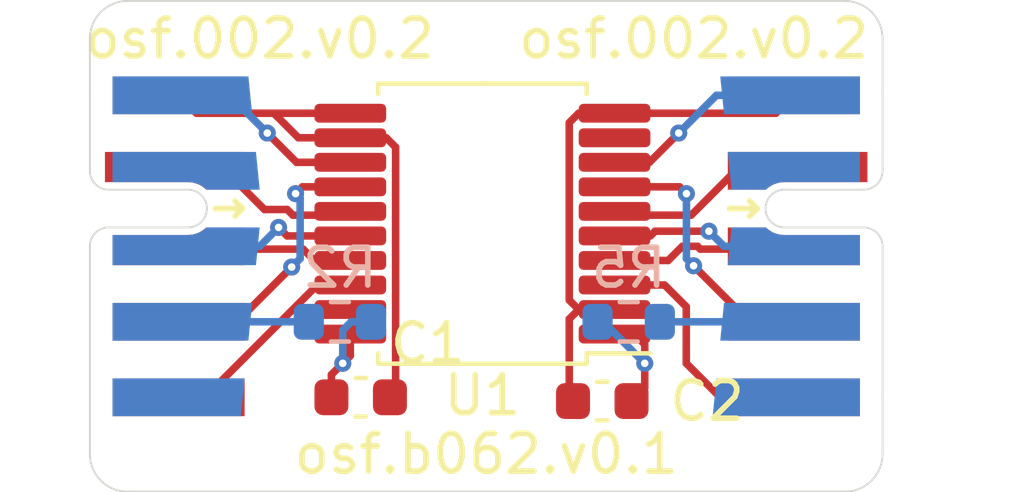
<source format=kicad_pcb>
(kicad_pcb (version 20171130) (host pcbnew 5.1.5+dfsg1-2build2)

  (general
    (thickness 1.6)
    (drawings 13)
    (tracks 104)
    (zones 0)
    (modules 7)
    (nets 25)
  )

  (page A4)
  (layers
    (0 F.Cu signal)
    (31 B.Cu signal)
    (32 B.Adhes user)
    (33 F.Adhes user)
    (34 B.Paste user)
    (35 F.Paste user)
    (36 B.SilkS user)
    (37 F.SilkS user)
    (38 B.Mask user)
    (39 F.Mask user)
    (40 Dwgs.User user)
    (41 Cmts.User user)
    (42 Eco1.User user)
    (43 Eco2.User user)
    (44 Edge.Cuts user)
    (45 Margin user)
    (46 B.CrtYd user)
    (47 F.CrtYd user)
    (48 B.Fab user)
    (49 F.Fab user)
  )

  (setup
    (last_trace_width 0.15)
    (user_trace_width 0.2)
    (user_trace_width 0.5)
    (trace_clearance 0.15)
    (zone_clearance 0.4)
    (zone_45_only no)
    (trace_min 0.15)
    (via_size 0.45)
    (via_drill 0.2)
    (via_min_size 0.45)
    (via_min_drill 0.2)
    (uvia_size 0.3)
    (uvia_drill 0.1)
    (uvias_allowed no)
    (uvia_min_size 0.2)
    (uvia_min_drill 0.1)
    (edge_width 0.05)
    (segment_width 0.2)
    (pcb_text_width 0.3)
    (pcb_text_size 1.5 1.5)
    (mod_edge_width 0.12)
    (mod_text_size 1 1)
    (mod_text_width 0.15)
    (pad_size 1.524 1.524)
    (pad_drill 0.762)
    (pad_to_mask_clearance 0.04)
    (solder_mask_min_width 0.1)
    (aux_axis_origin 0 0)
    (visible_elements 7FFFFFFF)
    (pcbplotparams
      (layerselection 0x010fc_ffffffff)
      (usegerberextensions false)
      (usegerberattributes false)
      (usegerberadvancedattributes false)
      (creategerberjobfile false)
      (excludeedgelayer true)
      (linewidth 0.100000)
      (plotframeref false)
      (viasonmask false)
      (mode 1)
      (useauxorigin false)
      (hpglpennumber 1)
      (hpglpenspeed 20)
      (hpglpendiameter 15.000000)
      (psnegative false)
      (psa4output false)
      (plotreference true)
      (plotvalue true)
      (plotinvisibletext false)
      (padsonsilk false)
      (subtractmaskfromsilk false)
      (outputformat 1)
      (mirror false)
      (drillshape 0)
      (scaleselection 1)
      (outputdirectory "gerber"))
  )

  (net 0 "")
  (net 1 /isolator/GND1)
  (net 2 /isolator/VDD1)
  (net 3 /isolator/GND2)
  (net 4 /isolator/VDD2)
  (net 5 "Net-(J1-Pad9)")
  (net 6 "Net-(J2-Pad9)")
  (net 7 /isolator/ISDI)
  (net 8 /isolator/OSDO)
  (net 9 /isolator/IAUX)
  (net 10 /isolator/ICS)
  (net 11 /isolator/OInt)
  (net 12 /isolator/ISCLK)
  (net 13 /isolator/OSDI)
  (net 14 /isolator/ISDO)
  (net 15 /isolator/OAUX)
  (net 16 /isolator/OSCLK)
  (net 17 /isolator/OCS)
  (net 18 /isolator/IInt)
  (net 19 "Net-(J1-Pad7)")
  (net 20 "Net-(J1-Pad10)")
  (net 21 "Net-(J2-Pad7)")
  (net 22 "Net-(J2-Pad10)")
  (net 23 "Net-(U1-Pad19)")
  (net 24 "Net-(U1-Pad9)")

  (net_class Default "This is the default net class."
    (clearance 0.15)
    (trace_width 0.15)
    (via_dia 0.45)
    (via_drill 0.2)
    (uvia_dia 0.3)
    (uvia_drill 0.1)
    (add_net /isolator/GND1)
    (add_net /isolator/GND2)
    (add_net /isolator/IAUX)
    (add_net /isolator/ICS)
    (add_net /isolator/IInt)
    (add_net /isolator/ISCLK)
    (add_net /isolator/ISDI)
    (add_net /isolator/ISDO)
    (add_net /isolator/OAUX)
    (add_net /isolator/OCS)
    (add_net /isolator/OInt)
    (add_net /isolator/OSCLK)
    (add_net /isolator/OSDI)
    (add_net /isolator/OSDO)
    (add_net /isolator/VDD1)
    (add_net /isolator/VDD2)
    (add_net "Net-(J1-Pad10)")
    (add_net "Net-(J1-Pad7)")
    (add_net "Net-(J1-Pad9)")
    (add_net "Net-(J2-Pad10)")
    (add_net "Net-(J2-Pad7)")
    (add_net "Net-(J2-Pad9)")
    (add_net "Net-(U1-Pad19)")
    (add_net "Net-(U1-Pad9)")
  )

  (module Package_SO:SSOP-20_5.3x7.2mm_P0.65mm (layer F.Cu) (tedit 5D9F72B1) (tstamp 6115A53F)
    (at 87.4 79.9 180)
    (descr "SSOP, 20 Pin (http://ww1.microchip.com/downloads/en/DeviceDoc/40001800C.pdf), generated with kicad-footprint-generator ipc_gullwing_generator.py")
    (tags "SSOP SO")
    (path /6083C3A8/611565C5)
    (attr smd)
    (fp_text reference U1 (at 0 -4.55) (layer F.SilkS)
      (effects (font (size 1 1) (thickness 0.15)))
    )
    (fp_text value MAX14483 (at 0 4.55) (layer F.Fab)
      (effects (font (size 1 1) (thickness 0.15)))
    )
    (fp_text user %R (at 0 0) (layer F.Fab)
      (effects (font (size 1 1) (thickness 0.15)))
    )
    (fp_line (start 0 3.71) (end 2.76 3.71) (layer F.SilkS) (width 0.12))
    (fp_line (start 2.76 3.71) (end 2.76 3.435) (layer F.SilkS) (width 0.12))
    (fp_line (start 0 3.71) (end -2.76 3.71) (layer F.SilkS) (width 0.12))
    (fp_line (start -2.76 3.71) (end -2.76 3.435) (layer F.SilkS) (width 0.12))
    (fp_line (start 0 -3.71) (end 2.76 -3.71) (layer F.SilkS) (width 0.12))
    (fp_line (start 2.76 -3.71) (end 2.76 -3.435) (layer F.SilkS) (width 0.12))
    (fp_line (start 0 -3.71) (end -2.76 -3.71) (layer F.SilkS) (width 0.12))
    (fp_line (start -2.76 -3.71) (end -2.76 -3.435) (layer F.SilkS) (width 0.12))
    (fp_line (start -2.76 -3.435) (end -4.45 -3.435) (layer F.SilkS) (width 0.12))
    (fp_line (start -1.65 -3.6) (end 2.65 -3.6) (layer F.Fab) (width 0.1))
    (fp_line (start 2.65 -3.6) (end 2.65 3.6) (layer F.Fab) (width 0.1))
    (fp_line (start 2.65 3.6) (end -2.65 3.6) (layer F.Fab) (width 0.1))
    (fp_line (start -2.65 3.6) (end -2.65 -2.6) (layer F.Fab) (width 0.1))
    (fp_line (start -2.65 -2.6) (end -1.65 -3.6) (layer F.Fab) (width 0.1))
    (fp_line (start -4.7 -3.85) (end -4.7 3.85) (layer F.CrtYd) (width 0.05))
    (fp_line (start -4.7 3.85) (end 4.7 3.85) (layer F.CrtYd) (width 0.05))
    (fp_line (start 4.7 3.85) (end 4.7 -3.85) (layer F.CrtYd) (width 0.05))
    (fp_line (start 4.7 -3.85) (end -4.7 -3.85) (layer F.CrtYd) (width 0.05))
    (pad 20 smd roundrect (at 3.5 -2.925 180) (size 1.9 0.5) (layers F.Cu F.Paste F.Mask) (roundrect_rratio 0.25)
      (net 2 /isolator/VDD1))
    (pad 19 smd roundrect (at 3.5 -2.275 180) (size 1.9 0.5) (layers F.Cu F.Paste F.Mask) (roundrect_rratio 0.25)
      (net 23 "Net-(U1-Pad19)"))
    (pad 18 smd roundrect (at 3.5 -1.625 180) (size 1.9 0.5) (layers F.Cu F.Paste F.Mask) (roundrect_rratio 0.25)
      (net 11 /isolator/OInt))
    (pad 17 smd roundrect (at 3.5 -0.975 180) (size 1.9 0.5) (layers F.Cu F.Paste F.Mask) (roundrect_rratio 0.25)
      (net 8 /isolator/OSDO))
    (pad 16 smd roundrect (at 3.5 -0.325 180) (size 1.9 0.5) (layers F.Cu F.Paste F.Mask) (roundrect_rratio 0.25)
      (net 9 /isolator/IAUX))
    (pad 15 smd roundrect (at 3.5 0.325 180) (size 1.9 0.5) (layers F.Cu F.Paste F.Mask) (roundrect_rratio 0.25)
      (net 7 /isolator/ISDI))
    (pad 14 smd roundrect (at 3.5 0.975 180) (size 1.9 0.5) (layers F.Cu F.Paste F.Mask) (roundrect_rratio 0.25)
      (net 12 /isolator/ISCLK))
    (pad 13 smd roundrect (at 3.5 1.625 180) (size 1.9 0.5) (layers F.Cu F.Paste F.Mask) (roundrect_rratio 0.25)
      (net 10 /isolator/ICS))
    (pad 12 smd roundrect (at 3.5 2.275 180) (size 1.9 0.5) (layers F.Cu F.Paste F.Mask) (roundrect_rratio 0.25)
      (net 1 /isolator/GND1))
    (pad 11 smd roundrect (at 3.5 2.925 180) (size 1.9 0.5) (layers F.Cu F.Paste F.Mask) (roundrect_rratio 0.25)
      (net 1 /isolator/GND1))
    (pad 10 smd roundrect (at -3.5 2.925 180) (size 1.9 0.5) (layers F.Cu F.Paste F.Mask) (roundrect_rratio 0.25)
      (net 3 /isolator/GND2))
    (pad 9 smd roundrect (at -3.5 2.275 180) (size 1.9 0.5) (layers F.Cu F.Paste F.Mask) (roundrect_rratio 0.25)
      (net 24 "Net-(U1-Pad9)"))
    (pad 8 smd roundrect (at -3.5 1.625 180) (size 1.9 0.5) (layers F.Cu F.Paste F.Mask) (roundrect_rratio 0.25)
      (net 17 /isolator/OCS))
    (pad 7 smd roundrect (at -3.5 0.975 180) (size 1.9 0.5) (layers F.Cu F.Paste F.Mask) (roundrect_rratio 0.25)
      (net 16 /isolator/OSCLK))
    (pad 6 smd roundrect (at -3.5 0.325 180) (size 1.9 0.5) (layers F.Cu F.Paste F.Mask) (roundrect_rratio 0.25)
      (net 13 /isolator/OSDI))
    (pad 5 smd roundrect (at -3.5 -0.325 180) (size 1.9 0.5) (layers F.Cu F.Paste F.Mask) (roundrect_rratio 0.25)
      (net 15 /isolator/OAUX))
    (pad 4 smd roundrect (at -3.5 -0.975 180) (size 1.9 0.5) (layers F.Cu F.Paste F.Mask) (roundrect_rratio 0.25)
      (net 14 /isolator/ISDO))
    (pad 3 smd roundrect (at -3.5 -1.625 180) (size 1.9 0.5) (layers F.Cu F.Paste F.Mask) (roundrect_rratio 0.25)
      (net 18 /isolator/IInt))
    (pad 2 smd roundrect (at -3.5 -2.275 180) (size 1.9 0.5) (layers F.Cu F.Paste F.Mask) (roundrect_rratio 0.25)
      (net 3 /isolator/GND2))
    (pad 1 smd roundrect (at -3.5 -2.925 180) (size 1.9 0.5) (layers F.Cu F.Paste F.Mask) (roundrect_rratio 0.25)
      (net 4 /isolator/VDD2))
    (model ${KISYS3DMOD}/Package_SO.3dshapes/SSOP-20_5.3x7.2mm_P0.65mm.wrl
      (at (xyz 0 0 0))
      (scale (xyz 1 1 1))
      (rotate (xyz 0 0 0))
    )
  )

  (module Resistor_SMD:R_0603_1608Metric (layer B.Cu) (tedit 5F68FEEE) (tstamp 60A142C5)
    (at 91.275 82.5 180)
    (descr "Resistor SMD 0603 (1608 Metric), square (rectangular) end terminal, IPC_7351 nominal, (Body size source: IPC-SM-782 page 72, https://www.pcb-3d.com/wordpress/wp-content/uploads/ipc-sm-782a_amendment_1_and_2.pdf), generated with kicad-footprint-generator")
    (tags resistor)
    (path /60A1BC1F)
    (attr smd)
    (fp_text reference R5 (at 0 1.43) (layer B.SilkS)
      (effects (font (size 1 1) (thickness 0.15)) (justify mirror))
    )
    (fp_text value 0R (at 0 -1.43) (layer B.Fab)
      (effects (font (size 1 1) (thickness 0.15)) (justify mirror))
    )
    (fp_line (start -0.8 -0.4125) (end -0.8 0.4125) (layer B.Fab) (width 0.1))
    (fp_line (start -0.8 0.4125) (end 0.8 0.4125) (layer B.Fab) (width 0.1))
    (fp_line (start 0.8 0.4125) (end 0.8 -0.4125) (layer B.Fab) (width 0.1))
    (fp_line (start 0.8 -0.4125) (end -0.8 -0.4125) (layer B.Fab) (width 0.1))
    (fp_line (start -0.237258 0.5225) (end 0.237258 0.5225) (layer B.SilkS) (width 0.12))
    (fp_line (start -0.237258 -0.5225) (end 0.237258 -0.5225) (layer B.SilkS) (width 0.12))
    (fp_line (start -1.48 -0.73) (end -1.48 0.73) (layer B.CrtYd) (width 0.05))
    (fp_line (start -1.48 0.73) (end 1.48 0.73) (layer B.CrtYd) (width 0.05))
    (fp_line (start 1.48 0.73) (end 1.48 -0.73) (layer B.CrtYd) (width 0.05))
    (fp_line (start 1.48 -0.73) (end -1.48 -0.73) (layer B.CrtYd) (width 0.05))
    (fp_text user %R (at 0 0) (layer B.Fab)
      (effects (font (size 0.4 0.4) (thickness 0.06)) (justify mirror))
    )
    (pad 2 smd roundrect (at 0.825 0 180) (size 0.8 0.95) (layers B.Cu B.Paste B.Mask) (roundrect_rratio 0.25)
      (net 4 /isolator/VDD2))
    (pad 1 smd roundrect (at -0.825 0 180) (size 0.8 0.95) (layers B.Cu B.Paste B.Mask) (roundrect_rratio 0.25)
      (net 6 "Net-(J2-Pad9)"))
    (model ${KISYS3DMOD}/Resistor_SMD.3dshapes/R_0603_1608Metric.wrl
      (at (xyz 0 0 0))
      (scale (xyz 1 1 1))
      (rotate (xyz 0 0 0))
    )
  )

  (module Resistor_SMD:R_0603_1608Metric (layer B.Cu) (tedit 5F68FEEE) (tstamp 60A14292)
    (at 83.625 82.5 180)
    (descr "Resistor SMD 0603 (1608 Metric), square (rectangular) end terminal, IPC_7351 nominal, (Body size source: IPC-SM-782 page 72, https://www.pcb-3d.com/wordpress/wp-content/uploads/ipc-sm-782a_amendment_1_and_2.pdf), generated with kicad-footprint-generator")
    (tags resistor)
    (path /60A1A962)
    (attr smd)
    (fp_text reference R2 (at 0 1.43) (layer B.SilkS)
      (effects (font (size 1 1) (thickness 0.15)) (justify mirror))
    )
    (fp_text value 0R (at 0 -1.43) (layer B.Fab)
      (effects (font (size 1 1) (thickness 0.15)) (justify mirror))
    )
    (fp_line (start -0.8 -0.4125) (end -0.8 0.4125) (layer B.Fab) (width 0.1))
    (fp_line (start -0.8 0.4125) (end 0.8 0.4125) (layer B.Fab) (width 0.1))
    (fp_line (start 0.8 0.4125) (end 0.8 -0.4125) (layer B.Fab) (width 0.1))
    (fp_line (start 0.8 -0.4125) (end -0.8 -0.4125) (layer B.Fab) (width 0.1))
    (fp_line (start -0.237258 0.5225) (end 0.237258 0.5225) (layer B.SilkS) (width 0.12))
    (fp_line (start -0.237258 -0.5225) (end 0.237258 -0.5225) (layer B.SilkS) (width 0.12))
    (fp_line (start -1.48 -0.73) (end -1.48 0.73) (layer B.CrtYd) (width 0.05))
    (fp_line (start -1.48 0.73) (end 1.48 0.73) (layer B.CrtYd) (width 0.05))
    (fp_line (start 1.48 0.73) (end 1.48 -0.73) (layer B.CrtYd) (width 0.05))
    (fp_line (start 1.48 -0.73) (end -1.48 -0.73) (layer B.CrtYd) (width 0.05))
    (fp_text user %R (at 0 0) (layer B.Fab)
      (effects (font (size 0.4 0.4) (thickness 0.06)) (justify mirror))
    )
    (pad 2 smd roundrect (at 0.825 0 180) (size 0.8 0.95) (layers B.Cu B.Paste B.Mask) (roundrect_rratio 0.25)
      (net 5 "Net-(J1-Pad9)"))
    (pad 1 smd roundrect (at -0.825 0 180) (size 0.8 0.95) (layers B.Cu B.Paste B.Mask) (roundrect_rratio 0.25)
      (net 2 /isolator/VDD1))
    (model ${KISYS3DMOD}/Resistor_SMD.3dshapes/R_0603_1608Metric.wrl
      (at (xyz 0 0 0))
      (scale (xyz 1 1 1))
      (rotate (xyz 0 0 0))
    )
  )

  (module on_edge:on_edge_2x05_host (layer F.Cu) (tedit 607DF692) (tstamp 60A14270)
    (at 98 80.5 270)
    (path /60A19C16)
    (attr virtual)
    (fp_text reference J2 (at 0.05 -3.2 180 unlocked) (layer F.Fab)
      (effects (font (size 0.5 0.5) (thickness 0.125)))
    )
    (fp_text value 001_I2C (at -1.2 -2 90) (layer F.Fab)
      (effects (font (size 1 1) (thickness 0.15)))
    )
    (fp_line (start 5 -0.5) (end 5 5) (layer B.CrtYd) (width 0.05))
    (fp_line (start -5 -0.5) (end 5 -0.5) (layer B.CrtYd) (width 0.05))
    (fp_line (start -5 5) (end -5 -0.5) (layer B.CrtYd) (width 0.05))
    (fp_line (start 5 5) (end -5 5) (layer B.CrtYd) (width 0.05))
    (fp_line (start -5 -0.5) (end -5 5) (layer F.CrtYd) (width 0.05))
    (fp_line (start 5 -0.5) (end -5 -0.5) (layer F.CrtYd) (width 0.05))
    (fp_line (start 5 5) (end 5 -0.5) (layer F.CrtYd) (width 0.05))
    (fp_line (start -5 5) (end 5 5) (layer F.CrtYd) (width 0.05))
    (fp_line (start 0 0) (end 4 0) (layer Edge.Cuts) (width 0.05))
    (fp_line (start -4 0) (end -2 0) (layer Edge.Cuts) (width 0.05))
    (fp_line (start -0.5 2.6) (end -0.5 0.5) (layer Edge.Cuts) (width 0.05))
    (fp_line (start -1.5 0.5) (end -1.5 2.6) (layer Edge.Cuts) (width 0.05))
    (fp_line (start -1 3.323) (end -1.2 3.523) (layer F.SilkS) (width 0.153))
    (fp_line (start -0.8 3.523) (end -1 3.323) (layer F.SilkS) (width 0.153))
    (fp_line (start -1 4.05) (end -1 3.323) (layer F.SilkS) (width 0.153))
    (fp_arc (start 0 0.5) (end 0 0) (angle -90) (layer Edge.Cuts) (width 0.05))
    (fp_arc (start -2 0.5) (end -1.5 0.5) (angle -90) (layer Edge.Cuts) (width 0.05))
    (fp_arc (start -1 2.6) (end -1.5 2.6) (angle -180) (layer Edge.Cuts) (width 0.05))
    (pad 2 smd custom (at -2 3.6 270) (size 1 1) (layers F.Cu F.Mask)
      (net 13 /isolator/OSDI) (zone_connect 0)
      (options (clearance outline) (anchor rect))
      (primitives
        (gr_poly (pts
           (xy 0.3 -0.99) (xy 0.31 -0.88) (xy 0.33 -0.8) (xy 0.35 -0.74) (xy 0.37 -0.69)
           (xy 0.4 -0.64) (xy 0.44 -0.58) (xy 0.48 -0.53) (xy 0.5 -0.51) (xy 0.5 0.5)
           (xy -0.5 0.5) (xy -0.5 -3.2) (xy 0.3 -3.2)) (width 0))
      ))
    (pad 3 smd custom (at 0 3.6 270) (size 1 1) (layers F.Cu F.Mask)
      (net 14 /isolator/ISDO) (zone_connect 0)
      (options (clearance outline) (anchor rect))
      (primitives
        (gr_poly (pts
           (xy -0.3 -0.99) (xy -0.31 -0.88) (xy -0.33 -0.8) (xy -0.35 -0.74) (xy -0.37 -0.69)
           (xy -0.4 -0.64) (xy -0.44 -0.58) (xy -0.48 -0.53) (xy -0.5 -0.51) (xy -0.5 0.5)
           (xy 0.5 0.5) (xy 0.5 -3) (xy -0.3 -3)) (width 0))
      ))
    (pad 8 smd custom (at 0 2.1 90) (size 0.4 0.4) (layers B.Cu B.Mask)
      (net 15 /isolator/OAUX) (zone_connect 0)
      (options (clearance outline) (anchor rect))
      (primitives
        (gr_poly (pts
           (xy 0.3 -0.51) (xy 0.31 -0.62) (xy 0.33 -0.7) (xy 0.35 -0.76) (xy 0.37 -0.81)
           (xy 0.4 -0.86) (xy 0.44 -0.92) (xy 0.48 -0.97) (xy 0.5 -0.99) (xy 0.5 -1.9)
           (xy -0.5 -2) (xy -0.5 1.5) (xy 0.3 1.5)) (width 0))
      ))
    (pad 7 smd custom (at -2 2.1 90) (size 0.4 0.4) (layers B.Cu B.Mask)
      (net 21 "Net-(J2-Pad7)") (zone_connect 0)
      (options (clearance outline) (anchor rect))
      (primitives
        (gr_poly (pts
           (xy -0.3 -0.51) (xy -0.31 -0.62) (xy -0.33 -0.7) (xy -0.35 -0.76) (xy -0.37 -0.81)
           (xy -0.4 -0.86) (xy -0.44 -0.92) (xy -0.48 -0.97) (xy -0.5 -0.99) (xy -0.5 -1.9)
           (xy 0.5 -2) (xy 0.5 1.5) (xy -0.3 1.5)) (width 0))
      ))
    (pad 4 smd rect (at 2 2.35 270) (size 1 3.5) (layers F.Cu F.Mask)
      (net 16 /isolator/OSCLK) (zone_connect 0))
    (pad 10 smd custom (at 4 2.5 90) (size 1 3.8) (layers B.Cu B.Mask)
      (net 22 "Net-(J2-Pad10)") (zone_connect 0)
      (options (clearance outline) (anchor rect))
      (primitives
        (gr_poly (pts
           (xy 0.5 -1.9) (xy -0.5 -2) (xy -0.5 -1.9)) (width 0))
      ))
    (pad 9 smd custom (at 2 2.4 90) (size 1 3.6) (layers B.Cu B.Mask)
      (net 6 "Net-(J2-Pad9)") (zone_connect 0)
      (options (clearance outline) (anchor rect))
      (primitives
        (gr_poly (pts
           (xy 0.5 -1.8) (xy -0.5 -1.9) (xy -0.5 -1.8)) (width 0))
      ))
    (pad 6 smd custom (at -4 2.4 90) (size 1 3.6) (layers B.Cu B.Mask)
      (net 17 /isolator/OCS) (zone_connect 0)
      (options (clearance outline) (anchor rect))
      (primitives
        (gr_poly (pts
           (xy 0.5 -1.8) (xy 0.5 -1.9) (xy -0.5 -1.8)) (width 0))
      ))
    (pad 5 smd rect (at 4 2.35 270) (size 1 3.5) (layers F.Cu F.Mask)
      (net 18 /isolator/IInt) (zone_connect 0))
    (pad 1 smd rect (at -4 2.35 270) (size 1 3.5) (layers F.Cu F.Mask)
      (net 3 /isolator/GND2) (zone_connect 0))
  )

  (module on_edge:on_edge_2x05_device (layer F.Cu) (tedit 607DF540) (tstamp 60A14250)
    (at 77 80.5 270)
    (path /60A193FC)
    (attr virtual)
    (fp_text reference J1 (at 0 1.2 270 unlocked) (layer F.Fab)
      (effects (font (size 0.5 0.5) (thickness 0.05)))
    )
    (fp_text value 001_I2C (at 0 2 270 unlocked) (layer F.Fab)
      (effects (font (size 0.5 0.5) (thickness 0.05)))
    )
    (fp_line (start -1.5 -2.6) (end -1.5 -0.5) (layer Edge.Cuts) (width 0.05))
    (fp_line (start -0.5 -0.5) (end -0.5 -2.6) (layer Edge.Cuts) (width 0.05))
    (fp_line (start -1.2 -3.85) (end -1 -4.05) (layer F.SilkS) (width 0.153))
    (fp_line (start -1 -4.05) (end -0.8 -3.85) (layer F.SilkS) (width 0.153))
    (fp_line (start -1 -4.05) (end -1 -3.323) (layer F.SilkS) (width 0.153))
    (fp_line (start -4 0) (end -2 0) (layer Edge.Cuts) (width 0.05))
    (fp_line (start 0 0) (end 4 0) (layer Edge.Cuts) (width 0.05))
    (fp_line (start -5 -5) (end 5 -5) (layer F.CrtYd) (width 0.05))
    (fp_line (start 5 -5) (end 5 0.5) (layer F.CrtYd) (width 0.05))
    (fp_line (start 5 0.5) (end -5 0.5) (layer F.CrtYd) (width 0.05))
    (fp_line (start -5 0.5) (end -5 -5) (layer F.CrtYd) (width 0.05))
    (fp_line (start 5 -5) (end -5 -5) (layer B.CrtYd) (width 0.05))
    (fp_line (start -5 -5) (end -5 0.5) (layer B.CrtYd) (width 0.05))
    (fp_line (start -5 0.5) (end 5 0.5) (layer B.CrtYd) (width 0.05))
    (fp_line (start 5 0.5) (end 5 -5) (layer B.CrtYd) (width 0.05))
    (fp_arc (start -2 -0.5) (end -2 0) (angle -90) (layer Edge.Cuts) (width 0.05))
    (fp_arc (start 0 -0.5) (end -0.5 -0.5) (angle -90) (layer Edge.Cuts) (width 0.05))
    (fp_arc (start -1 -2.6) (end -0.5 -2.6) (angle -180) (layer Edge.Cuts) (width 0.05))
    (pad 2 smd custom (at -2 -3.6 270) (size 1 1) (layers F.Cu F.Mask)
      (net 7 /isolator/ISDI) (zone_connect 0)
      (options (clearance outline) (anchor rect))
      (primitives
        (gr_poly (pts
           (xy 0.3 1) (xy 0.31 0.89) (xy 0.33 0.81) (xy 0.35 0.75) (xy 0.37 0.7)
           (xy 0.4 0.65) (xy 0.44 0.59) (xy 0.48 0.54) (xy 0.5 0.52) (xy 0.5 -0.5)
           (xy -0.5 -0.5) (xy -0.5 3.2) (xy 0.3 3.2)) (width 0))
      ))
    (pad 3 smd custom (at 0 -3.6 270) (size 1 1) (layers F.Cu F.Mask)
      (net 8 /isolator/OSDO) (zone_connect 0)
      (options (clearance outline) (anchor rect))
      (primitives
        (gr_poly (pts
           (xy -0.3 1) (xy -0.31 0.89) (xy -0.33 0.81) (xy -0.35 0.75) (xy -0.37 0.7)
           (xy -0.4 0.65) (xy -0.44 0.59) (xy -0.48 0.54) (xy -0.5 0.52) (xy -0.5 -0.5)
           (xy 0.5 -0.5) (xy 0.5 3) (xy -0.3 3)) (width 0))
      ))
    (pad 8 smd custom (at 0 -2.1 270) (size 0.4 0.4) (layers B.Cu B.Mask)
      (net 9 /isolator/IAUX) (zone_connect 0)
      (options (clearance outline) (anchor rect))
      (primitives
        (gr_poly (pts
           (xy -0.3 -0.51) (xy -0.31 -0.62) (xy -0.33 -0.7) (xy -0.35 -0.76) (xy -0.37 -0.81)
           (xy -0.4 -0.86) (xy -0.44 -0.92) (xy -0.48 -0.97) (xy -0.5 -0.99) (xy -0.5 -2.4)
           (xy 0.5 -2.3) (xy 0.5 1.5) (xy -0.3 1.5)) (width 0))
      ))
    (pad 7 smd custom (at -2 -2.1 270) (size 0.4 0.4) (layers B.Cu B.Mask)
      (net 19 "Net-(J1-Pad7)") (zone_connect 0)
      (options (clearance outline) (anchor rect))
      (primitives
        (gr_poly (pts
           (xy 0.3 -0.51) (xy 0.31 -0.62) (xy 0.33 -0.7) (xy 0.35 -0.76) (xy 0.37 -0.81)
           (xy 0.4 -0.86) (xy 0.44 -0.92) (xy 0.48 -0.97) (xy 0.5 -0.99) (xy 0.5 -2.4)
           (xy -0.5 -2.3) (xy -0.5 1.5) (xy 0.3 1.5)) (width 0))
      ))
    (pad 10 smd custom (at 4 -2.3 270) (size 1 3.4) (layers B.Cu B.Mask)
      (net 20 "Net-(J1-Pad10)") (zone_connect 0)
      (options (clearance outline) (anchor rect))
      (primitives
        (gr_poly (pts
           (xy -0.5 -1.7) (xy -0.5 -1.8) (xy 0.5 -1.7)) (width 0))
      ))
    (pad 9 smd custom (at 2 -2.4 270) (size 1 3.6) (layers B.Cu B.Mask)
      (net 5 "Net-(J1-Pad9)") (zone_connect 0)
      (options (clearance outline) (anchor rect))
      (primitives
        (gr_poly (pts
           (xy -0.5 -1.8) (xy -0.5 -1.9) (xy 0.5 -1.8)) (width 0))
      ))
    (pad 6 smd custom (at -4 -2.4 270) (size 1 3.6) (layers B.Cu B.Mask)
      (net 10 /isolator/ICS) (zone_connect 0)
      (options (clearance outline) (anchor rect))
      (primitives
        (gr_poly (pts
           (xy 0.5 -1.8) (xy 0.5 -1.9) (xy -0.5 -1.8)) (width 0))
      ))
    (pad 5 smd rect (at 4 -2.35 90) (size 1 3.5) (layers F.Cu F.Mask)
      (net 11 /isolator/OInt) (zone_connect 0))
    (pad 1 smd rect (at -4 -2.35 90) (size 1 3.5) (layers F.Cu F.Mask)
      (net 1 /isolator/GND1) (zone_connect 0))
    (pad 4 smd rect (at 2 -2.35 90) (size 1 3.5) (layers F.Cu F.Mask)
      (net 12 /isolator/ISCLK) (zone_connect 0))
  )

  (module Capacitor_SMD:C_0603_1608Metric (layer F.Cu) (tedit 5F68FEEE) (tstamp 60A14230)
    (at 90.575 84.6 180)
    (descr "Capacitor SMD 0603 (1608 Metric), square (rectangular) end terminal, IPC_7351 nominal, (Body size source: IPC-SM-782 page 76, https://www.pcb-3d.com/wordpress/wp-content/uploads/ipc-sm-782a_amendment_1_and_2.pdf), generated with kicad-footprint-generator")
    (tags capacitor)
    (path /6083C3A8/60A186FC)
    (attr smd)
    (fp_text reference C2 (at -2.775 0) (layer F.SilkS)
      (effects (font (size 1 1) (thickness 0.15)))
    )
    (fp_text value 100nF (at 0 1.43) (layer F.Fab)
      (effects (font (size 1 1) (thickness 0.15)))
    )
    (fp_line (start -0.8 0.4) (end -0.8 -0.4) (layer F.Fab) (width 0.1))
    (fp_line (start -0.8 -0.4) (end 0.8 -0.4) (layer F.Fab) (width 0.1))
    (fp_line (start 0.8 -0.4) (end 0.8 0.4) (layer F.Fab) (width 0.1))
    (fp_line (start 0.8 0.4) (end -0.8 0.4) (layer F.Fab) (width 0.1))
    (fp_line (start -0.14058 -0.51) (end 0.14058 -0.51) (layer F.SilkS) (width 0.12))
    (fp_line (start -0.14058 0.51) (end 0.14058 0.51) (layer F.SilkS) (width 0.12))
    (fp_line (start -1.48 0.73) (end -1.48 -0.73) (layer F.CrtYd) (width 0.05))
    (fp_line (start -1.48 -0.73) (end 1.48 -0.73) (layer F.CrtYd) (width 0.05))
    (fp_line (start 1.48 -0.73) (end 1.48 0.73) (layer F.CrtYd) (width 0.05))
    (fp_line (start 1.48 0.73) (end -1.48 0.73) (layer F.CrtYd) (width 0.05))
    (fp_text user %R (at 0 0) (layer F.Fab)
      (effects (font (size 0.4 0.4) (thickness 0.06)))
    )
    (pad 2 smd roundrect (at 0.775 0 180) (size 0.9 0.95) (layers F.Cu F.Paste F.Mask) (roundrect_rratio 0.25)
      (net 3 /isolator/GND2))
    (pad 1 smd roundrect (at -0.775 0 180) (size 0.9 0.95) (layers F.Cu F.Paste F.Mask) (roundrect_rratio 0.25)
      (net 4 /isolator/VDD2))
    (model ${KISYS3DMOD}/Capacitor_SMD.3dshapes/C_0603_1608Metric.wrl
      (at (xyz 0 0 0))
      (scale (xyz 1 1 1))
      (rotate (xyz 0 0 0))
    )
  )

  (module Capacitor_SMD:C_0603_1608Metric (layer F.Cu) (tedit 5F68FEEE) (tstamp 60A1421F)
    (at 84.175 84.5)
    (descr "Capacitor SMD 0603 (1608 Metric), square (rectangular) end terminal, IPC_7351 nominal, (Body size source: IPC-SM-782 page 76, https://www.pcb-3d.com/wordpress/wp-content/uploads/ipc-sm-782a_amendment_1_and_2.pdf), generated with kicad-footprint-generator")
    (tags capacitor)
    (path /6083C3A8/60A18186)
    (attr smd)
    (fp_text reference C1 (at 1.775 -1.43) (layer F.SilkS)
      (effects (font (size 1 1) (thickness 0.15)))
    )
    (fp_text value 100nF (at 0 1.43) (layer F.Fab)
      (effects (font (size 1 1) (thickness 0.15)))
    )
    (fp_line (start -0.8 0.4) (end -0.8 -0.4) (layer F.Fab) (width 0.1))
    (fp_line (start -0.8 -0.4) (end 0.8 -0.4) (layer F.Fab) (width 0.1))
    (fp_line (start 0.8 -0.4) (end 0.8 0.4) (layer F.Fab) (width 0.1))
    (fp_line (start 0.8 0.4) (end -0.8 0.4) (layer F.Fab) (width 0.1))
    (fp_line (start -0.14058 -0.51) (end 0.14058 -0.51) (layer F.SilkS) (width 0.12))
    (fp_line (start -0.14058 0.51) (end 0.14058 0.51) (layer F.SilkS) (width 0.12))
    (fp_line (start -1.48 0.73) (end -1.48 -0.73) (layer F.CrtYd) (width 0.05))
    (fp_line (start -1.48 -0.73) (end 1.48 -0.73) (layer F.CrtYd) (width 0.05))
    (fp_line (start 1.48 -0.73) (end 1.48 0.73) (layer F.CrtYd) (width 0.05))
    (fp_line (start 1.48 0.73) (end -1.48 0.73) (layer F.CrtYd) (width 0.05))
    (fp_text user %R (at 0 0) (layer F.Fab)
      (effects (font (size 0.4 0.4) (thickness 0.06)))
    )
    (pad 2 smd roundrect (at 0.775 0) (size 0.9 0.95) (layers F.Cu F.Paste F.Mask) (roundrect_rratio 0.25)
      (net 1 /isolator/GND1))
    (pad 1 smd roundrect (at -0.775 0) (size 0.9 0.95) (layers F.Cu F.Paste F.Mask) (roundrect_rratio 0.25)
      (net 2 /isolator/VDD1))
    (model ${KISYS3DMOD}/Capacitor_SMD.3dshapes/C_0603_1608Metric.wrl
      (at (xyz 0 0 0))
      (scale (xyz 1 1 1))
      (rotate (xyz 0 0 0))
    )
  )

  (gr_text osf.002.v0.2 (at 93 75) (layer F.SilkS) (tstamp 60A15077)
    (effects (font (size 1 1) (thickness 0.15)))
  )
  (gr_text osf.002.v0.2 (at 81.5 75) (layer F.SilkS)
    (effects (font (size 1 1) (thickness 0.15)))
  )
  (gr_text osf.b062.v0.1 (at 87.5 86) (layer F.SilkS)
    (effects (font (size 1 1) (thickness 0.15)))
  )
  (gr_line (start 77 76.5) (end 77 75) (layer Edge.Cuts) (width 0.05) (tstamp 609CF599))
  (gr_line (start 98 76.5) (end 98 75) (layer Edge.Cuts) (width 0.05) (tstamp 6083D7CB))
  (gr_line (start 98 86) (end 98 84.5) (layer Edge.Cuts) (width 0.05))
  (gr_line (start 78 74) (end 97 74) (layer Edge.Cuts) (width 0.05) (tstamp 6083D74D))
  (gr_line (start 77 86) (end 77 84.5) (layer Edge.Cuts) (width 0.05) (tstamp 6083704E))
  (gr_line (start 97 87) (end 78 87) (layer Edge.Cuts) (width 0.05) (tstamp 6083704D))
  (gr_arc (start 78 86) (end 77 86) (angle -90) (layer Edge.Cuts) (width 0.05))
  (gr_arc (start 97 86) (end 97 87) (angle -90) (layer Edge.Cuts) (width 0.05))
  (gr_arc (start 78 75) (end 78 74) (angle -90) (layer Edge.Cuts) (width 0.05))
  (gr_arc (start 97 75) (end 98 75) (angle -90) (layer Edge.Cuts) (width 0.05))

  (segment (start 79.825 76.975) (end 79.35 76.5) (width 0.2) (layer F.Cu) (net 1))
  (segment (start 83.9 77.625) (end 82.525 77.625) (width 0.2) (layer F.Cu) (net 1))
  (segment (start 81.925 77.025) (end 81.925 76.975) (width 0.2) (layer F.Cu) (net 1))
  (segment (start 82.525 77.625) (end 81.925 77.025) (width 0.2) (layer F.Cu) (net 1))
  (segment (start 81.925 76.975) (end 79.825 76.975) (width 0.2) (layer F.Cu) (net 1))
  (segment (start 83.9 76.975) (end 81.925 76.975) (width 0.2) (layer F.Cu) (net 1))
  (segment (start 84.85 77.625) (end 83.9 77.625) (width 0.2) (layer F.Cu) (net 1))
  (segment (start 85.10001 77.87501) (end 84.85 77.625) (width 0.2) (layer F.Cu) (net 1))
  (segment (start 85.10001 84.34999) (end 85.10001 77.87501) (width 0.2) (layer F.Cu) (net 1))
  (segment (start 84.95 84.5) (end 85.10001 84.34999) (width 0.2) (layer F.Cu) (net 1))
  (via (at 83.7 83.6) (size 0.45) (drill 0.2) (layers F.Cu B.Cu) (net 2))
  (segment (start 83.4 83.9) (end 83.7 83.6) (width 0.2) (layer F.Cu) (net 2))
  (segment (start 83.4 84.5) (end 83.4 83.9) (width 0.2) (layer F.Cu) (net 2))
  (segment (start 83.7 82.725) (end 83.925 82.5) (width 0.2) (layer B.Cu) (net 2))
  (segment (start 83.7 83.6) (end 83.7 82.725) (width 0.2) (layer B.Cu) (net 2))
  (segment (start 83.9 83.4) (end 83.7 83.6) (width 0.2) (layer F.Cu) (net 2))
  (segment (start 83.9 82.825) (end 83.9 83.4) (width 0.2) (layer F.Cu) (net 2))
  (segment (start 83.925 82.5) (end 84.45 82.5) (width 0.2) (layer B.Cu) (net 2))
  (segment (start 95.175 76.975) (end 95.65 76.5) (width 0.2) (layer F.Cu) (net 3))
  (segment (start 90.9 76.975) (end 95.175 76.975) (width 0.2) (layer F.Cu) (net 3))
  (segment (start 89.69999 77.22501) (end 89.95 76.975) (width 0.2) (layer F.Cu) (net 3))
  (segment (start 89.95 76.975) (end 90.9 76.975) (width 0.2) (layer F.Cu) (net 3))
  (segment (start 89.69999 81.92499) (end 89.69999 77.22501) (width 0.2) (layer F.Cu) (net 3))
  (segment (start 89.95 82.175) (end 89.69999 81.92499) (width 0.2) (layer F.Cu) (net 3))
  (segment (start 89.69999 82.42501) (end 89.95 82.175) (width 0.2) (layer F.Cu) (net 3))
  (segment (start 89.95 82.175) (end 90.9 82.175) (width 0.2) (layer F.Cu) (net 3))
  (segment (start 89.69999 84.49999) (end 89.69999 82.42501) (width 0.2) (layer F.Cu) (net 3))
  (segment (start 89.8 84.6) (end 89.69999 84.49999) (width 0.2) (layer F.Cu) (net 3))
  (segment (start 90.9 82.825) (end 91.425 82.825) (width 0.2) (layer F.Cu) (net 4))
  (segment (start 91.425 82.825) (end 91.7 83.1) (width 0.2) (layer F.Cu) (net 4))
  (segment (start 91.7 84.25) (end 91.35 84.6) (width 0.2) (layer F.Cu) (net 4))
  (via (at 91.7 83.6) (size 0.45) (drill 0.2) (layers F.Cu B.Cu) (net 4))
  (segment (start 90.45 82.5) (end 90.6 82.5) (width 0.2) (layer B.Cu) (net 4))
  (segment (start 91.7 83.6) (end 91.7 84.25) (width 0.2) (layer F.Cu) (net 4))
  (segment (start 90.6 82.5) (end 91.7 83.6) (width 0.2) (layer B.Cu) (net 4))
  (segment (start 91.7 83.1) (end 91.7 83.6) (width 0.2) (layer F.Cu) (net 4))
  (segment (start 82.275 82.5) (end 79.4 82.5) (width 0.2) (layer B.Cu) (net 5))
  (segment (start 82.275 82.5) (end 82.8 82.5) (width 0.2) (layer B.Cu) (net 5))
  (segment (start 92.1 82.5) (end 95.6 82.5) (width 0.2) (layer B.Cu) (net 6))
  (segment (start 83.799999 79.675001) (end 83.9 79.575) (width 0.2) (layer F.Cu) (net 7))
  (segment (start 80.6 78.5) (end 81.624998 79.524998) (width 0.2) (layer F.Cu) (net 7))
  (segment (start 82.378005 79.675001) (end 83.799999 79.675001) (width 0.2) (layer F.Cu) (net 7))
  (segment (start 82.228002 79.524998) (end 82.378005 79.675001) (width 0.2) (layer F.Cu) (net 7))
  (segment (start 81.624998 79.524998) (end 82.228002 79.524998) (width 0.2) (layer F.Cu) (net 7))
  (segment (start 80.6 80.5) (end 80.675011 80.575011) (width 0.2) (layer F.Cu) (net 8))
  (segment (start 82.650011 80.575011) (end 82.95 80.875) (width 0.2) (layer F.Cu) (net 8))
  (segment (start 82.95 80.875) (end 83.9 80.875) (width 0.2) (layer F.Cu) (net 8))
  (segment (start 80.675011 80.575011) (end 82.650011 80.575011) (width 0.2) (layer F.Cu) (net 8))
  (segment (start 83.9 80.225) (end 82.225 80.225) (width 0.2) (layer F.Cu) (net 9))
  (via (at 82 80) (size 0.45) (drill 0.2) (layers F.Cu B.Cu) (net 9))
  (segment (start 82.225 80.225) (end 82 80) (width 0.2) (layer F.Cu) (net 9))
  (segment (start 81.5 80.5) (end 79.1 80.5) (width 0.2) (layer B.Cu) (net 9))
  (segment (start 82 80) (end 81.5 80.5) (width 0.2) (layer B.Cu) (net 9))
  (via (at 81.7 77.5) (size 0.45) (drill 0.2) (layers F.Cu B.Cu) (net 10))
  (segment (start 82.475 78.275) (end 81.7 77.5) (width 0.2) (layer F.Cu) (net 10))
  (segment (start 83.9 78.275) (end 82.475 78.275) (width 0.2) (layer F.Cu) (net 10))
  (segment (start 80.7 76.5) (end 79.4 76.5) (width 0.2) (layer B.Cu) (net 10))
  (segment (start 81.7 77.5) (end 80.7 76.5) (width 0.2) (layer B.Cu) (net 10))
  (segment (start 83.025002 81.525) (end 83.9 81.525) (width 0.2) (layer F.Cu) (net 11))
  (segment (start 80.050002 84.5) (end 83.025002 81.525) (width 0.2) (layer F.Cu) (net 11))
  (segment (start 79.35 84.5) (end 80.050002 84.5) (width 0.2) (layer F.Cu) (net 11))
  (via (at 82.346285 81.050021) (size 0.45) (drill 0.2) (layers F.Cu B.Cu) (net 12))
  (segment (start 82.571284 79.226247) (end 82.450194 79.105157) (width 0.2) (layer B.Cu) (net 12))
  (segment (start 82.571284 80.825022) (end 82.571284 79.226247) (width 0.2) (layer B.Cu) (net 12))
  (segment (start 82.346285 81.050021) (end 82.571284 80.825022) (width 0.2) (layer B.Cu) (net 12))
  (segment (start 82.630351 78.925) (end 82.450194 79.105157) (width 0.2) (layer F.Cu) (net 12))
  (segment (start 83.9 78.925) (end 82.630351 78.925) (width 0.2) (layer F.Cu) (net 12))
  (via (at 82.450194 79.105157) (size 0.45) (drill 0.2) (layers F.Cu B.Cu) (net 12))
  (segment (start 80.896306 82.5) (end 82.346285 81.050021) (width 0.2) (layer F.Cu) (net 12))
  (segment (start 79.35 82.5) (end 80.896306 82.5) (width 0.2) (layer F.Cu) (net 12))
  (segment (start 92.930145 79.675009) (end 94.105154 78.5) (width 0.2) (layer F.Cu) (net 13))
  (segment (start 94.105154 78.5) (end 94.4 78.5) (width 0.2) (layer F.Cu) (net 13))
  (segment (start 91.000009 79.675009) (end 92.930145 79.675009) (width 0.2) (layer F.Cu) (net 13))
  (segment (start 90.9 79.575) (end 91.000009 79.675009) (width 0.2) (layer F.Cu) (net 13))
  (segment (start 93.096998 80.5) (end 93.171999 80.575001) (width 0.2) (layer F.Cu) (net 14))
  (segment (start 92.321998 80.875) (end 92.696998 80.5) (width 0.2) (layer F.Cu) (net 14))
  (segment (start 92.696998 80.5) (end 93.096998 80.5) (width 0.2) (layer F.Cu) (net 14))
  (segment (start 93.171999 80.575001) (end 94.324999 80.575001) (width 0.2) (layer F.Cu) (net 14))
  (segment (start 90.9 80.875) (end 92.321998 80.875) (width 0.2) (layer F.Cu) (net 14))
  (segment (start 94.324999 80.575001) (end 94.4 80.5) (width 0.2) (layer F.Cu) (net 14))
  (via (at 93.4 80.1) (size 0.45) (drill 0.2) (layers F.Cu B.Cu) (net 15))
  (segment (start 95.9 80.5) (end 93.8 80.5) (width 0.2) (layer B.Cu) (net 15))
  (segment (start 90.9 80.225) (end 91.85 80.225) (width 0.2) (layer F.Cu) (net 15))
  (segment (start 93.8 80.5) (end 93.4 80.1) (width 0.2) (layer B.Cu) (net 15))
  (segment (start 91.975 80.1) (end 93.4 80.1) (width 0.2) (layer F.Cu) (net 15))
  (segment (start 91.85 80.225) (end 91.975 80.1) (width 0.2) (layer F.Cu) (net 15))
  (via (at 92.804482 79.105941) (size 0.45) (drill 0.2) (layers F.Cu B.Cu) (net 16))
  (segment (start 90.9 78.925) (end 92.623541 78.925) (width 0.2) (layer F.Cu) (net 16))
  (segment (start 92.623541 78.925) (end 92.804482 79.105941) (width 0.2) (layer F.Cu) (net 16))
  (segment (start 94.478481 82.5) (end 92.9938 81.015319) (width 0.2) (layer F.Cu) (net 16))
  (segment (start 92.804482 79.105941) (end 92.804482 80.826001) (width 0.2) (layer B.Cu) (net 16))
  (via (at 92.9938 81.015319) (size 0.45) (drill 0.2) (layers F.Cu B.Cu) (net 16))
  (segment (start 92.804482 80.826001) (end 92.9938 81.015319) (width 0.2) (layer B.Cu) (net 16))
  (segment (start 95.65 82.5) (end 94.478481 82.5) (width 0.2) (layer F.Cu) (net 16))
  (via (at 92.6 77.5) (size 0.45) (drill 0.2) (layers F.Cu B.Cu) (net 17))
  (segment (start 91.825 78.275) (end 92.6 77.5) (width 0.2) (layer F.Cu) (net 17))
  (segment (start 90.9 78.275) (end 91.825 78.275) (width 0.2) (layer F.Cu) (net 17))
  (segment (start 93.6 76.5) (end 95.6 76.5) (width 0.2) (layer B.Cu) (net 17))
  (segment (start 92.6 77.5) (end 93.6 76.5) (width 0.2) (layer B.Cu) (net 17))
  (segment (start 93.7 84.5) (end 92.8 83.6) (width 0.2) (layer F.Cu) (net 18))
  (segment (start 95.65 84.5) (end 93.7 84.5) (width 0.2) (layer F.Cu) (net 18))
  (segment (start 92.8 83.6) (end 92.8 82.1) (width 0.2) (layer F.Cu) (net 18))
  (segment (start 92.225 81.525) (end 90.9 81.525) (width 0.2) (layer F.Cu) (net 18))
  (segment (start 92.8 82.1) (end 92.225 81.525) (width 0.2) (layer F.Cu) (net 18))

)

</source>
